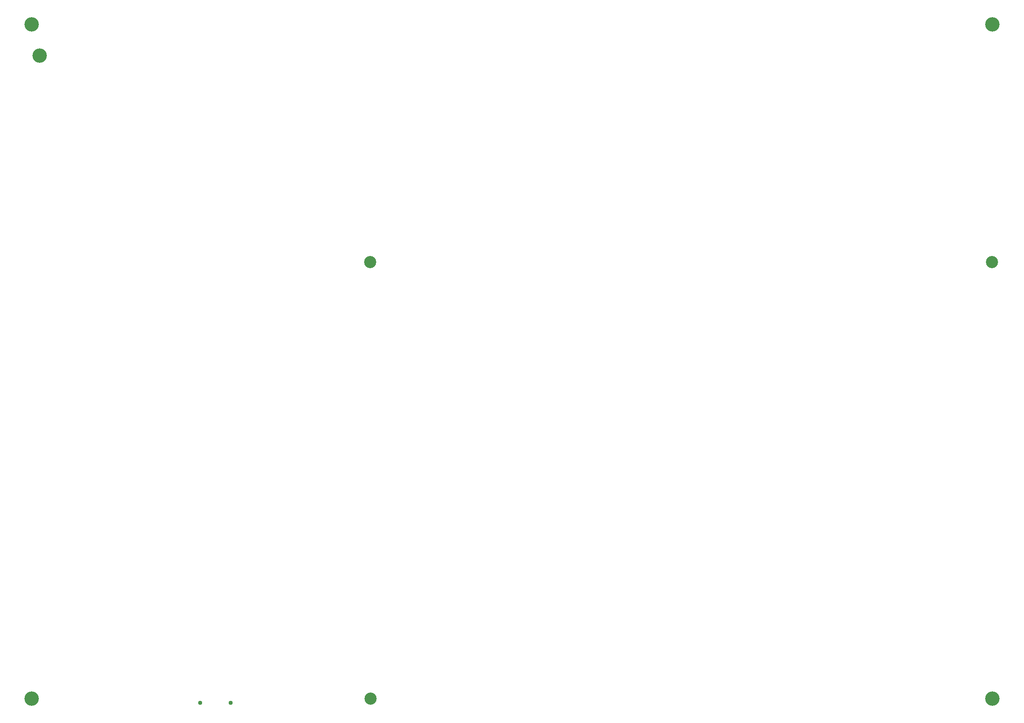
<source format=gbr>
%TF.GenerationSoftware,KiCad,Pcbnew,9.0.6*%
%TF.CreationDate,2025-11-24T00:24:35-08:00*%
%TF.ProjectId,SD-ZMB,53442d5a-4d42-42e6-9b69-6361645f7063,PR8.2*%
%TF.SameCoordinates,Original*%
%TF.FileFunction,NonPlated,1,6,NPTH,Drill*%
%TF.FilePolarity,Positive*%
%FSLAX46Y46*%
G04 Gerber Fmt 4.6, Leading zero omitted, Abs format (unit mm)*
G04 Created by KiCad (PCBNEW 9.0.6) date 2025-11-24 00:24:35*
%MOMM*%
%LPD*%
G01*
G04 APERTURE LIST*
%TA.AperFunction,ComponentDrill*%
%ADD10C,0.950000*%
%TD*%
%TA.AperFunction,ComponentDrill*%
%ADD11C,2.700000*%
%TD*%
%TA.AperFunction,ComponentDrill*%
%ADD12C,3.200000*%
%TD*%
G04 APERTURE END LIST*
D10*
%TO.C,SD1*%
X133920000Y-249862500D03*
X140720000Y-249862500D03*
D11*
%TO.C,H7*%
X171754750Y-151938471D03*
%TO.C,H6*%
X171796679Y-248907865D03*
%TO.C,H5*%
X309777694Y-151929173D03*
D12*
%TO.C,H4*%
X96520000Y-99060000D03*
%TO.C,H1*%
X96520000Y-248920000D03*
%TO.C,H8*%
X98298000Y-106045000D03*
%TO.C,H3*%
X309880000Y-99060000D03*
%TO.C,H2*%
X309880000Y-248920000D03*
M02*

</source>
